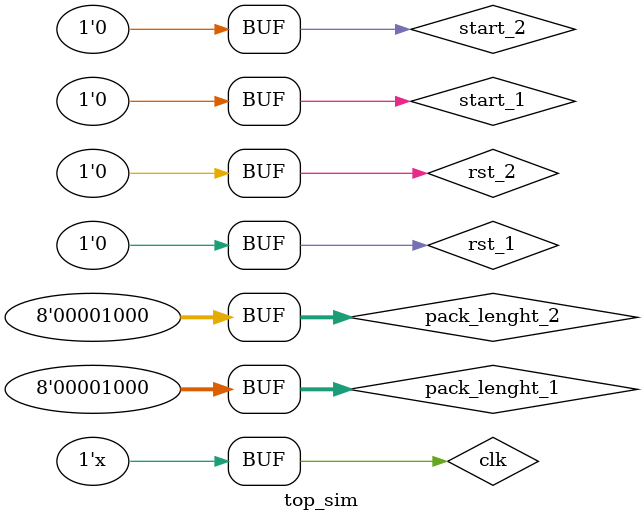
<source format=v>
`timescale 1ns / 1ps


module top_sim( );

    reg clk = 0;
    
    reg rst_1 = 0;
    reg start_1 = 0;
    reg [7:0] pack_lenght_1 = 0;    
    wire ready_1;
    
    wire valid_1;   
    wire [7:0]data_1;   
    wire last_1;
    
    always #5 clk = ~clk;
    
    reg rst_2 = 0;
    reg start_2 = 0;
    reg [7:0] pack_lenght_2 = 0;    
    wire ready_2;
    
    wire valid_2;   
    wire [7:0] data_2;   
    wire last_2;
    
    wire [7:0] sink_data1;
    wire       sink_last1;
    wire [7:0] sink_data2;
    wire       sink_last2;
    
    wire EN_1;
    wire EN_2;
    
    initial
    begin
        #10;
        pack_lenght_1 <= 8;
        pack_lenght_2 <= 8;
        
        start_1 <= 1;
        #10;
        start_1 <= 0;
        
        #50;
        start_2 <= 1;
        #10;
        start_2 <= 0;
        
    end
    
    DS ds_1(
        .clk(clk),
        .rst(rst_1),
        .start(start_1),
        .pack_lenght(pack_lenght_1),    
        .ready(ready_1), 
        .valid(valid_1),
        .EN(EN_1),
        .data(data_1),    
        .last(last_1)
    );
    
    DS ds_2(
        .clk(clk),
        .rst(rst_2),
        .start(start_2),
        .pack_lenght(pack_lenght_2),    
        .ready(ready_2), 
        .valid(valid_2),   
        .EN(EN_2),
        .data(data_2),    
        .last(last_2)
    );
    
    sync sync_1(
        .clk(clk),
        .rst(0),
        
        .EN_1(EN_1),
        .EN_2(EN_2),
        .src_data1(data_1),   
        .src_last1(last_1),
        .src_ready1(valid_1),
            
        .src_data2(data_2),   
        .src_last2(last_2),
        .src_ready2(valid_2),
        
        .sink_data1(sink_data1),
        .sink_valid1(ready_1),
        .sink_last1(sink_last1), 
        
        .sink_data2(sink_data2),
        .sink_valid2(ready_2),
        .sink_last2(sink_last2)
    );
endmodule

</source>
